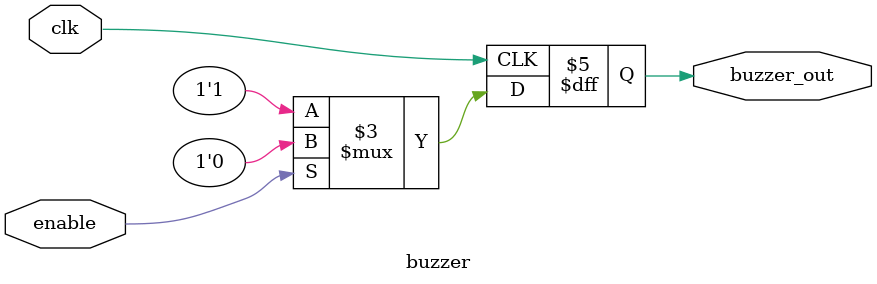
<source format=v>
module buzzer(
    input wire clk,      // Reloj del sistema
    input wire enable,   // Señal para activar el buzzer
    output reg buzzer_out // Salida para el buzzer
);

always @(posedge clk) begin
    if (enable)
        buzzer_out <= 1'b0; // Activa el buzzer
    else
        buzzer_out <= 1'b1; // Desactiva el buzzer
end

endmodule


</source>
